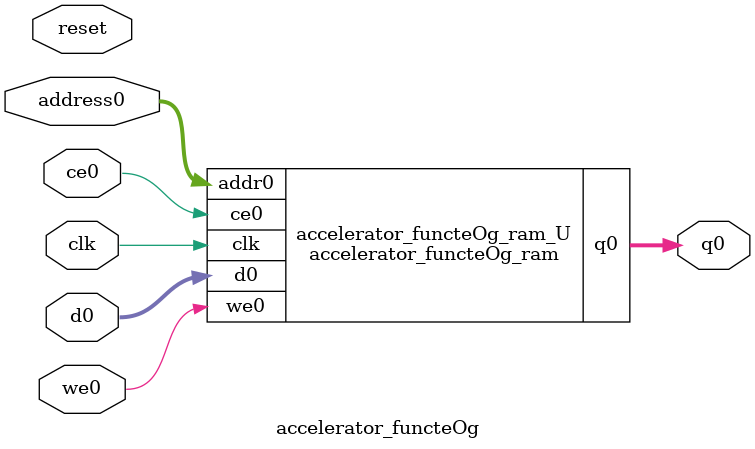
<source format=v>

`timescale 1 ns / 1 ps
module accelerator_functeOg_ram (addr0, ce0, d0, we0, q0,  clk);

parameter DWIDTH = 32;
parameter AWIDTH = 10;
parameter MEM_SIZE = 1000;

input[AWIDTH-1:0] addr0;
input ce0;
input[DWIDTH-1:0] d0;
input we0;
output reg[DWIDTH-1:0] q0;
input clk;

(* ram_style = "block" *)reg [DWIDTH-1:0] ram[0:MEM_SIZE-1];




always @(posedge clk)  
begin 
    if (ce0) 
    begin
        if (we0) 
        begin 
            ram[addr0] <= d0; 
            q0 <= d0;
        end 
        else 
            q0 <= ram[addr0];
    end
end


endmodule


`timescale 1 ns / 1 ps
module accelerator_functeOg(
    reset,
    clk,
    address0,
    ce0,
    we0,
    d0,
    q0);

parameter DataWidth = 32'd32;
parameter AddressRange = 32'd1000;
parameter AddressWidth = 32'd10;
input reset;
input clk;
input[AddressWidth - 1:0] address0;
input ce0;
input we0;
input[DataWidth - 1:0] d0;
output[DataWidth - 1:0] q0;



accelerator_functeOg_ram accelerator_functeOg_ram_U(
    .clk( clk ),
    .addr0( address0 ),
    .ce0( ce0 ),
    .we0( we0 ),
    .d0( d0 ),
    .q0( q0 ));

endmodule


</source>
